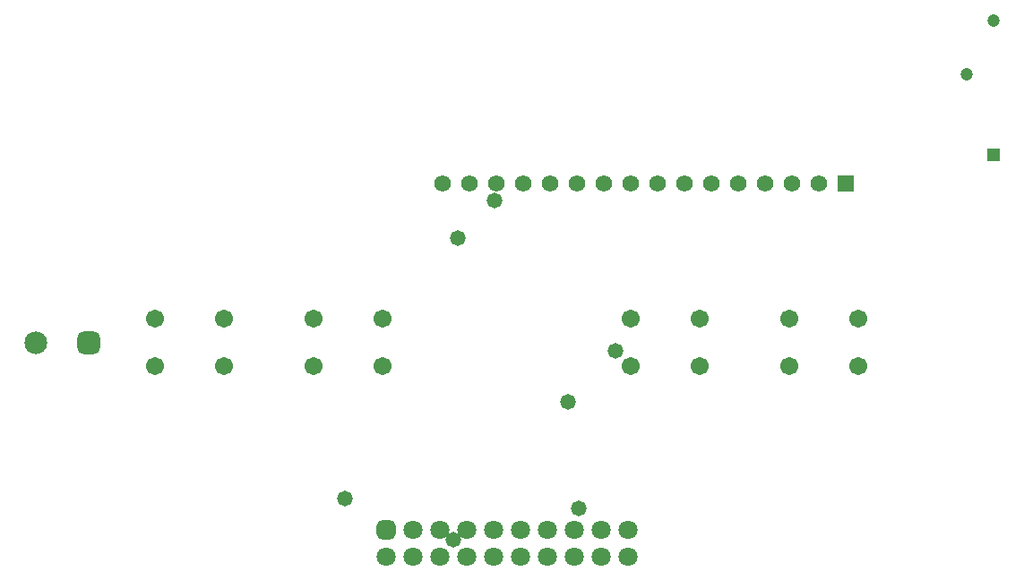
<source format=gts>
G04*
G04 #@! TF.GenerationSoftware,Altium Limited,Altium Designer,21.3.2 (30)*
G04*
G04 Layer_Color=8388736*
%FSLAX25Y25*%
%MOIN*%
G70*
G04*
G04 #@! TF.SameCoordinates,3DC595B4-C491-417C-8E84-26B3D1DC1506*
G04*
G04*
G04 #@! TF.FilePolarity,Negative*
G04*
G01*
G75*
%ADD13R,0.04724X0.04724*%
%ADD14C,0.04724*%
%ADD15C,0.06181*%
%ADD16R,0.06181X0.06181*%
%ADD17C,0.07099*%
G04:AMPARAMS|DCode=18|XSize=70.99mil|YSize=70.99mil|CornerRadius=19.75mil|HoleSize=0mil|Usage=FLASHONLY|Rotation=0.000|XOffset=0mil|YOffset=0mil|HoleType=Round|Shape=RoundedRectangle|*
%AMROUNDEDRECTD18*
21,1,0.07099,0.03150,0,0,0.0*
21,1,0.03150,0.07099,0,0,0.0*
1,1,0.03950,0.01575,-0.01575*
1,1,0.03950,-0.01575,-0.01575*
1,1,0.03950,-0.01575,0.01575*
1,1,0.03950,0.01575,0.01575*
%
%ADD18ROUNDEDRECTD18*%
%ADD19C,0.08477*%
G04:AMPARAMS|DCode=20|XSize=84.77mil|YSize=84.77mil|CornerRadius=23.19mil|HoleSize=0mil|Usage=FLASHONLY|Rotation=180.000|XOffset=0mil|YOffset=0mil|HoleType=Round|Shape=RoundedRectangle|*
%AMROUNDEDRECTD20*
21,1,0.08477,0.03839,0,0,180.0*
21,1,0.03839,0.08477,0,0,180.0*
1,1,0.04639,-0.01919,0.01919*
1,1,0.04639,0.01919,0.01919*
1,1,0.04639,0.01919,-0.01919*
1,1,0.04639,-0.01919,-0.01919*
%
%ADD20ROUNDEDRECTD20*%
%ADD21C,0.06706*%
%ADD22C,0.05800*%
D13*
X378012Y168366D02*
D03*
D14*
X368012Y198366D02*
D03*
X378012Y218366D02*
D03*
D15*
X173032Y157480D02*
D03*
X183032D02*
D03*
X193032D02*
D03*
X203032D02*
D03*
X213032D02*
D03*
X223032D02*
D03*
X233032D02*
D03*
X243032D02*
D03*
X253032D02*
D03*
X263032D02*
D03*
X273032D02*
D03*
X283032D02*
D03*
X293032D02*
D03*
X303032D02*
D03*
X313032D02*
D03*
D16*
X323032D02*
D03*
D17*
X211850Y18622D02*
D03*
Y28622D02*
D03*
X201850Y18622D02*
D03*
X191850D02*
D03*
X201850Y28622D02*
D03*
X191850D02*
D03*
X181850Y18622D02*
D03*
Y28622D02*
D03*
X171850Y18622D02*
D03*
Y28622D02*
D03*
X161850Y18622D02*
D03*
Y28622D02*
D03*
X151850Y18622D02*
D03*
X221850Y28622D02*
D03*
X231850D02*
D03*
X241850D02*
D03*
X221850Y18622D02*
D03*
X231850D02*
D03*
X241850D02*
D03*
D18*
X151850Y28622D02*
D03*
D19*
X21654Y98425D02*
D03*
D20*
X41339D02*
D03*
D21*
X65945Y107283D02*
D03*
Y89567D02*
D03*
X91535Y107283D02*
D03*
Y89567D02*
D03*
X243110Y107283D02*
D03*
Y89567D02*
D03*
X268701Y107283D02*
D03*
Y89567D02*
D03*
X302165Y107283D02*
D03*
Y89567D02*
D03*
X327756Y107283D02*
D03*
Y89567D02*
D03*
X125000Y107283D02*
D03*
Y89567D02*
D03*
X150591Y107283D02*
D03*
Y89567D02*
D03*
D22*
X223700Y36500D02*
D03*
X192400Y151300D02*
D03*
X219700Y76400D02*
D03*
X136600Y40100D02*
D03*
X237300Y95400D02*
D03*
X176900Y24800D02*
D03*
X178800Y137200D02*
D03*
M02*

</source>
